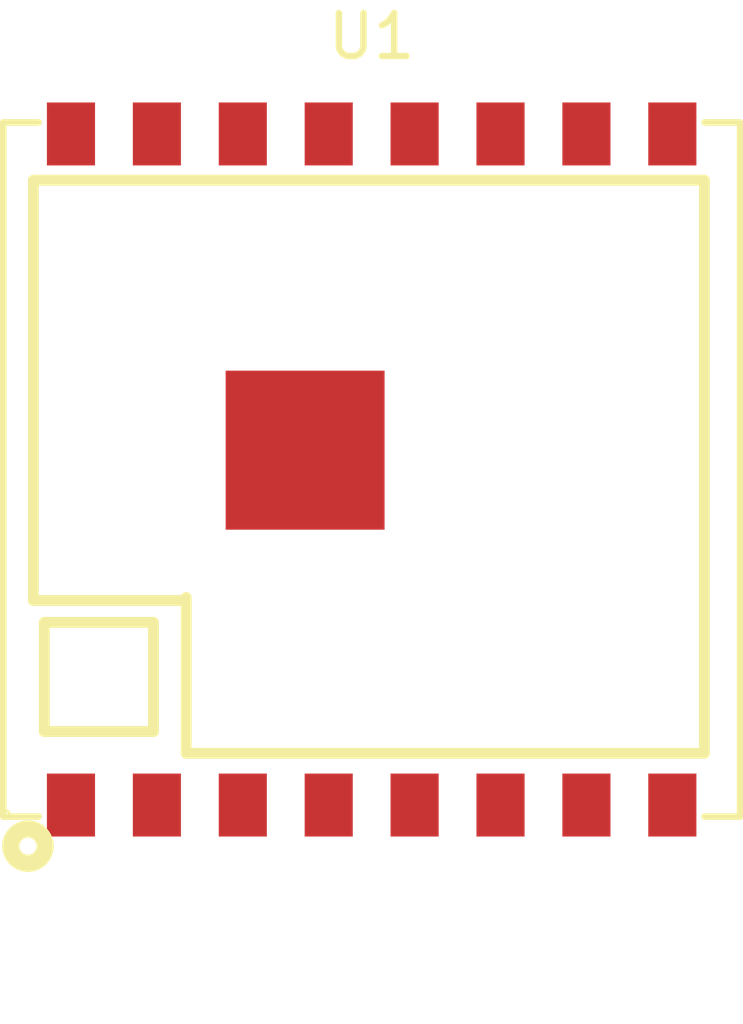
<source format=kicad_pcb>
(kicad_pcb (version 20221018) (generator pcbnew)
  (layers (0 "F.Cu" signal) (31 "B.Cu" signal) (34 "B.Paste" user) (35 "F.Paste" user) (36 "B.SilkS" user "B.Silkscreen") (37 "F.SilkS" user "F.Silkscreen") (38 "B.Mask" user) (39 "F.Mask" user) (44 "Edge.Cuts" user))
  (net 0 "")
  (footprint "jlc_footprints:WIRELM-SMD_ESP-07S" (layer "F.Cu") (at 105.522 52.765468)
    (fp_text reference "U1" (at 0.000076 -10.076149) (layer "F.SilkS"))
    (fp_text value "ESP-07S")
    (fp_line (start -8.576149 -8.076149) (end -7.75047 -8.076149) (stroke (width 0.1524)) (layer "F.SilkS"))
    (fp_line (start -8.576149 8.076302) (end -8.576149 -8.076149) (stroke (width 0.1524)) (layer "F.SilkS"))
    (fp_line (start -7.874778 -6.731775) (end -7.874778 3.047244) (stroke (width 0.254001)) (layer "F.SilkS"))
    (fp_line (start -7.874778 3.047244) (end -4.318771 3.047244) (stroke (width 0.254001)) (layer "F.SilkS"))
    (fp_line (start -7.75047 8.076302) (end -8.576149 8.076302) (stroke (width 0.1524)) (layer "F.SilkS"))
    (fp_line (start -7.620015 3.556007) (end -7.620015 6.096012) (stroke (width 0.254001)) (layer "F.SilkS"))
    (fp_line (start -7.620015 6.096012) (end -5.08001 6.096012) (stroke (width 0.254001)) (layer "F.SilkS"))
    (fp_line (start -5.08001 3.556007) (end -7.620015 3.556007) (stroke (width 0.254001)) (layer "F.SilkS"))
    (fp_line (start -5.08001 6.096012) (end -5.08001 3.556007) (stroke (width 0.254001)) (layer "F.SilkS"))
    (fp_line (start -4.318771 2.976124) (end -4.318771 6.603251) (stroke (width 0.254001)) (layer "F.SilkS"))
    (fp_line (start -4.318771 6.603251) (end 7.746253 6.603251) (stroke (width 0.254001)) (layer "F.SilkS"))
    (fp_line (start 7.746253 -6.731775) (end -7.874778 -6.731775) (stroke (width 0.254001)) (layer "F.SilkS"))
    (fp_line (start 7.746253 6.603251) (end 7.746253 -6.731775) (stroke (width 0.254001)) (layer "F.SilkS"))
    (fp_line (start 7.750622 8.076302) (end 8.576302 8.076302) (stroke (width 0.1524)) (layer "F.SilkS"))
    (fp_line (start 8.576302 -8.076149) (end 7.750622 -8.076149) (stroke (width 0.1524)) (layer "F.SilkS"))
    (fp_line (start 8.576302 8.076302) (end 8.576302 -8.076149) (stroke (width 0.1524)) (layer "F.SilkS"))
    (fp_circle (center -8.499949 8.000102) (end -8.469952 8.000102) (stroke (width 0.059995)) (fill none) (layer "F.SilkS"))
    (fp_circle (center -8.001016 8.763018) (end -7.801118 8.763018) (stroke (width 0.4)) (fill none) (layer "F.SilkS"))
    (pad "1" smd rect (at -7 7.807468 90) (size 1.464999 1.11999) (layers "F.Cu" "F.Paste" "F.Mask"))
    (pad "2" smd rect (at -5 7.807468 90) (size 1.464999 1.11999) (layers "F.Cu" "F.Paste" "F.Mask"))
    (pad "3" smd rect (at -3 7.807468 90) (size 1.464999 1.11999) (layers "F.Cu" "F.Paste" "F.Mask"))
    (pad "4" smd rect (at -1 7.807468 90) (size 1.464999 1.11999) (layers "F.Cu" "F.Paste" "F.Mask"))
    (pad "5" smd rect (at 1 7.807468 90) (size 1.464999 1.11999) (layers "F.Cu" "F.Paste" "F.Mask"))
    (pad "6" smd rect (at 3 7.807468 90) (size 1.464999 1.11999) (layers "F.Cu" "F.Paste" "F.Mask"))
    (pad "7" smd rect (at 5 7.807468 90) (size 1.464999 1.11999) (layers "F.Cu" "F.Paste" "F.Mask"))
    (pad "8" smd rect (at 7 7.807468 90) (size 1.464999 1.11999) (layers "F.Cu" "F.Paste" "F.Mask"))
    (pad "9" smd rect (at 7 -7.807468 90) (size 1.464999 1.11999) (layers "F.Cu" "F.Paste" "F.Mask"))
    (pad "10" smd rect (at 5 -7.807468 90) (size 1.464999 1.11999) (layers "F.Cu" "F.Paste" "F.Mask"))
    (pad "11" smd rect (at 3 -7.807468 90) (size 1.464999 1.11999) (layers "F.Cu" "F.Paste" "F.Mask"))
    (pad "12" smd rect (at 1 -7.807468 90) (size 1.464999 1.11999) (layers "F.Cu" "F.Paste" "F.Mask"))
    (pad "13" smd rect (at -1 -7.807468 90) (size 1.464999 1.11999) (layers "F.Cu" "F.Paste" "F.Mask"))
    (pad "14" smd rect (at -3 -7.807468 90) (size 1.464999 1.11999) (layers "F.Cu" "F.Paste" "F.Mask"))
    (pad "15" smd rect (at -5 -7.807468 90) (size 1.464999 1.11999) (layers "F.Cu" "F.Paste" "F.Mask"))
    (pad "16" smd rect (at -7 -7.807468 90) (size 1.464999 1.11999) (layers "F.Cu" "F.Paste" "F.Mask"))
    (pad "17" smd rect (at -1.549784 -0.450013 90) (size 3.7 3.7) (layers "F.Cu" "F.Paste" "F.Mask"))
  )
)
</source>
